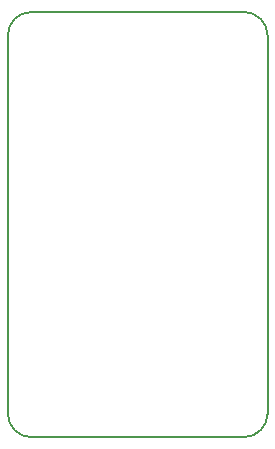
<source format=gbr>
%TF.GenerationSoftware,KiCad,Pcbnew,7.0.1*%
%TF.CreationDate,2023-04-05T11:46:08-04:00*%
%TF.ProjectId,PCB_USB_TTL,5043425f-5553-4425-9f54-544c2e6b6963,rev?*%
%TF.SameCoordinates,Original*%
%TF.FileFunction,Profile,NP*%
%FSLAX46Y46*%
G04 Gerber Fmt 4.6, Leading zero omitted, Abs format (unit mm)*
G04 Created by KiCad (PCBNEW 7.0.1) date 2023-04-05 11:46:08*
%MOMM*%
%LPD*%
G01*
G04 APERTURE LIST*
%TA.AperFunction,Profile*%
%ADD10C,0.200000*%
%TD*%
G04 APERTURE END LIST*
D10*
X132500000Y-63000000D02*
X132500000Y-95000000D01*
X154500000Y-95000000D02*
X154500000Y-63000000D01*
X152500000Y-97000000D02*
G75*
G03*
X154500000Y-95000000I0J2000000D01*
G01*
X134500000Y-97000000D02*
X152500000Y-97000000D01*
X134500000Y-61000000D02*
G75*
G03*
X132500000Y-63000000I0J-2000000D01*
G01*
X154500000Y-63000000D02*
G75*
G03*
X152500000Y-61000000I-2000000J0D01*
G01*
X132500000Y-95000000D02*
G75*
G03*
X134500000Y-97000000I2000000J0D01*
G01*
X152500000Y-61000000D02*
X134500000Y-61000000D01*
M02*

</source>
